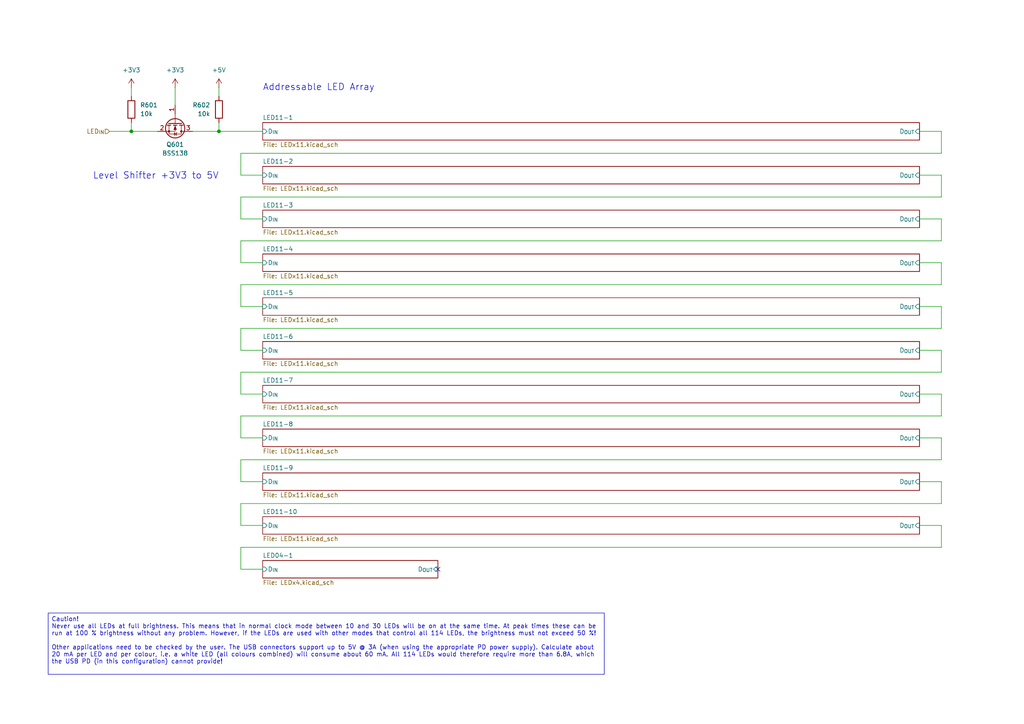
<source format=kicad_sch>
(kicad_sch (version 20231120) (generator "eeschema") (generator_version "8.0")
  (paper "A4")
  (title_block (title "Wordclock - LEDs") (date "2024-11-25") (rev "A") (company "ElektroNik Zoller") (comment 1 "Nikolai Zoller") (comment 4 "CERN-OHL-P"))
  (lib_symbols
    (symbol "Device:R" (pin_numbers hide) (pin_names (offset 0))
      (property "Reference" "R" (at 2.032 0 90))
      (property "Value" "R" (at 0 0 90))
      (symbol "R_0_1"
        (rectangle (start -1.016 -2.54) (end 1.016 2.54) (stroke (width 0.254)))
      )
      (symbol "R_1_1"
        (pin passive line (at 0 3.81 270) (length 1.27) (name "~") (number "1"))
        (pin passive line (at 0 -3.81 90) (length 1.27) (name "~") (number "2"))
      )
    )
    (symbol "Transistor_FET:BSS138" (pin_names hide)
      (property "Reference" "Q" (at 5.08 1.905 0))
      (property "Value" "BSS138" (at 5.08 0 0))
      (symbol "BSS138_0_1"
        (polyline (pts (xy 0.254 0) (xy -2.54 0)))
        (polyline (pts (xy 0.254 1.905) (xy 0.254 -1.905)) (stroke (width 0.254)))
        (polyline (pts (xy 0.762 -1.27) (xy 0.762 -2.286)) (stroke (width 0.254)))
        (polyline (pts (xy 0.762 0.508) (xy 0.762 -0.508)) (stroke (width 0.254)))
        (polyline (pts (xy 0.762 2.286) (xy 0.762 1.27)) (stroke (width 0.254)))
        (polyline (pts (xy 2.54 2.54) (xy 2.54 1.778)))
        (polyline (pts (xy 2.54 -2.54) (xy 2.54 0) (xy 0.762 0)))
        (polyline (pts (xy 0.762 -1.778) (xy 3.302 -1.778) (xy 3.302 1.778) (xy 0.762 1.778)))
        (polyline (pts (xy 1.016 0) (xy 2.032 0.381) (xy 2.032 -0.381) (xy 1.016 0)) (fill (type outline)))
        (polyline (pts (xy 2.794 0.508) (xy 2.921 0.381) (xy 3.683 0.381) (xy 3.81 0.254)))
        (polyline (pts (xy 3.302 0.381) (xy 2.921 -0.254) (xy 3.683 -0.254) (xy 3.302 0.381)))
        (circle (center 1.651 0) (radius 2.794) (stroke (width 0.254)))
        (circle (center 2.54 -1.778) (radius 0.254) (fill (type outline)))
        (circle (center 2.54 1.778) (radius 0.254) (fill (type outline)))
      )
      (symbol "BSS138_1_1"
        (pin input line (at -5.08 0 0) (length 2.54) (name "G") (number "1"))
        (pin passive line (at 2.54 -5.08 90) (length 2.54) (name "S") (number "2"))
        (pin passive line (at 2.54 5.08 270) (length 2.54) (name "D") (number "3"))
      )
    )
    (symbol "power:+3V3" (power) (pin_numbers hide) (pin_names (offset 0) hide)
      (property "Value" "+3V3" (at 0 3.556 0))
      (symbol "+3V3_0_1"
        (polyline (pts (xy -0.762 1.27) (xy 0 2.54)))
        (polyline (pts (xy 0 0) (xy 0 2.54)))
        (polyline (pts (xy 0 2.54) (xy 0.762 1.27)))
      )
      (symbol "+3V3_1_1"
        (pin power_in line (at 0 0 90) (length 0) (name "~") (number "1"))
      )
    )
    (symbol "power:+5V" (power) (pin_numbers hide) (pin_names (offset 0) hide)
      (property "Value" "+5V" (at 0 3.556 0))
      (symbol "+5V_0_1"
        (polyline (pts (xy -0.762 1.27) (xy 0 2.54)))
        (polyline (pts (xy 0 0) (xy 0 2.54)))
        (polyline (pts (xy 0 2.54) (xy 0.762 1.27)))
      )
      (symbol "+5V_1_1"
        (pin power_in line (at 0 0 90) (length 0) (name "~") (number "1"))
      )
    )
  )
  (junction (at 38.1 38.1))
  (junction (at 63.5 38.1))
  (no_connect (at 127 165.1))
  (wire (pts (xy 273.05 146.05) (xy 69.85 146.05)))
  (wire (pts (xy 69.85 107.95) (xy 69.85 114.3)))
  (wire (pts (xy 69.85 88.9) (xy 76.2 88.9)))
  (wire (pts (xy 63.5 38.1) (xy 76.2 38.1)))
  (wire (pts (xy 31.75 38.1) (xy 38.1 38.1)))
  (wire (pts (xy 273.05 107.95) (xy 69.85 107.95)))
  (wire (pts (xy 50.8 30.48) (xy 50.8 25.4)))
  (wire (pts (xy 266.7 63.5) (xy 273.05 63.5)))
  (wire (pts (xy 266.7 50.8) (xy 273.05 50.8)))
  (wire (pts (xy 273.05 133.35) (xy 69.85 133.35)))
  (wire (pts (xy 69.85 57.15) (xy 69.85 63.5)))
  (wire (pts (xy 69.85 165.1) (xy 76.2 165.1)))
  (wire (pts (xy 69.85 127) (xy 76.2 127)))
  (wire (pts (xy 69.85 158.75) (xy 69.85 165.1)))
  (wire (pts (xy 273.05 63.5) (xy 273.05 69.85)))
  (wire (pts (xy 273.05 82.55) (xy 69.85 82.55)))
  (wire (pts (xy 69.85 120.65) (xy 69.85 127)))
  (wire (pts (xy 266.7 152.4) (xy 273.05 152.4)))
  (wire (pts (xy 69.85 69.85) (xy 69.85 76.2)))
  (wire (pts (xy 273.05 69.85) (xy 69.85 69.85)))
  (wire (pts (xy 38.1 38.1) (xy 45.72 38.1)))
  (wire (pts (xy 266.7 38.1) (xy 273.05 38.1)))
  (wire (pts (xy 266.7 127) (xy 273.05 127)))
  (wire (pts (xy 266.7 114.3) (xy 273.05 114.3)))
  (wire (pts (xy 63.5 35.56) (xy 63.5 38.1)))
  (wire (pts (xy 69.85 114.3) (xy 76.2 114.3)))
  (wire (pts (xy 69.85 152.4) (xy 76.2 152.4)))
  (wire (pts (xy 69.85 139.7) (xy 76.2 139.7)))
  (wire (pts (xy 273.05 57.15) (xy 69.85 57.15)))
  (wire (pts (xy 69.85 44.45) (xy 69.85 50.8)))
  (wire (pts (xy 266.7 101.6) (xy 273.05 101.6)))
  (wire (pts (xy 273.05 120.65) (xy 69.85 120.65)))
  (wire (pts (xy 38.1 35.56) (xy 38.1 38.1)))
  (wire (pts (xy 69.85 50.8) (xy 76.2 50.8)))
  (wire (pts (xy 273.05 38.1) (xy 273.05 44.45)))
  (wire (pts (xy 69.85 95.25) (xy 69.85 101.6)))
  (wire (pts (xy 273.05 95.25) (xy 69.85 95.25)))
  (wire (pts (xy 38.1 25.4) (xy 38.1 27.94)))
  (wire (pts (xy 69.85 146.05) (xy 69.85 152.4)))
  (wire (pts (xy 69.85 63.5) (xy 76.2 63.5)))
  (wire (pts (xy 63.5 25.4) (xy 63.5 27.94)))
  (wire (pts (xy 273.05 152.4) (xy 273.05 158.75)))
  (wire (pts (xy 69.85 76.2) (xy 76.2 76.2)))
  (wire (pts (xy 69.85 133.35) (xy 69.85 139.7)))
  (wire (pts (xy 273.05 158.75) (xy 69.85 158.75)))
  (wire (pts (xy 273.05 88.9) (xy 273.05 95.25)))
  (wire (pts (xy 63.5 38.1) (xy 55.88 38.1)))
  (wire (pts (xy 266.7 88.9) (xy 273.05 88.9)))
  (wire (pts (xy 273.05 76.2) (xy 273.05 82.55)))
  (wire (pts (xy 266.7 76.2) (xy 273.05 76.2)))
  (wire (pts (xy 69.85 101.6) (xy 76.2 101.6)))
  (wire (pts (xy 273.05 114.3) (xy 273.05 120.65)))
  (wire (pts (xy 273.05 44.45) (xy 69.85 44.45)))
  (wire (pts (xy 266.7 139.7) (xy 273.05 139.7)))
  (wire (pts (xy 273.05 127) (xy 273.05 133.35)))
  (wire (pts (xy 273.05 101.6) (xy 273.05 107.95)))
  (wire (pts (xy 273.05 139.7) (xy 273.05 146.05)))
  (wire (pts (xy 69.85 82.55) (xy 69.85 88.9)))
  (wire (pts (xy 273.05 50.8) (xy 273.05 57.15)))
  (text_box "Caution!\nNever use all LEDs at full brightness. This means that in normal clock mode between 10 and 30 LEDs will be on at the same time. At peak times these can be run at 100 % brightness without any problem. However, if the LEDs are used with other modes that control all 114 LEDs, the brightness must not exceed 50 %!\n\nOther applications need to be checked by the user. The USB connectors support up to 5V @ 3A (when using the appropriate PD power supply). Calculate about 20 mA per LED and per colour, i.e. a white LED (all colours combined) will consume about 60 mA. All 114 LEDs would therefore require more than 6.8A, which the USB PD (in this configuration) cannot provide!" (at 13.97 177.8 0) (size 161.29 17.78) (effects (font (size 1.27 1.27)) (justify left top)))
  (text "Level Shifter +3V3 to 5V" (at 63.5 51.054 0) (effects (font (size 1.905 1.905)) (justify right)))
  (text "Addressable LED Array" (at 76.2 25.4 0) (effects (font (size 1.905 1.905)) (justify left)))
  (hierarchical_label "LED_{IN}" (shape input) (at 31.75 38.1 180))
  (symbol (lib_id "power:+3V3") (at 38.1 25.4 0) (unit 1)
    (property "Reference" "#PWR0601" (effects (hide yes)))
    (property "Value" "+3V3" (at 38.1 20.32 0))
    (property "Description" "Power symbol creates a global label with name \"+3V3\"" (effects (hide yes)))
  )
  (symbol (lib_id "power:+3V3") (at 50.8 25.4 0) (unit 1)
    (property "Reference" "#PWR0602" (effects (hide yes)))
    (property "Value" "+3V3" (at 50.8 20.32 0))
    (property "Description" "Power symbol creates a global label with name \"+3V3\"" (effects (hide yes)))
  )
  (symbol (lib_id "Transistor_FET:BSS138") (at 50.8 35.56 270) (unit 1)
    (property "Reference" "Q601" (at 50.8 41.91 90))
    (property "Value" "BSS138" (at 50.8 44.45 90))
    (property "Footprint" "Package_TO_SOT_SMD:SOT-23_Handsoldering" (effects (hide yes)))
    (property "Datasheet" "https://www.onsemi.com/pub/Collateral/BSS138-D.PDF" (effects (hide yes)))
    (property "Description" "50V Vds, 0.22A Id, N-Channel MOSFET, SOT-23" (effects (hide yes)))
    (property "Vendor 1" "Digikey" (effects (hide yes)))
    (property "Vendor 2" "LCSC" (effects (hide yes)))
    (property "Manufacturer" "-" (effects (hide yes)))
    (property "Manufacturer Part no." "BSS138" (effects (hide yes)))
    (property "Vendor 1 Part no." "BSS138CT-ND" (effects (hide yes)))
    (property "Vendor 2 Part no." "C518792" (effects (hide yes)))
    (property "Comment" "General purpose N-channel MOSFET" (effects (hide yes)))
    (property "LCSC" "C518792" (effects (hide yes)))
  )
  (symbol (lib_id "power:+5V") (at 63.5 25.4 0) (unit 1)
    (property "Reference" "#PWR0603" (effects (hide yes)))
    (property "Value" "+5V" (at 63.5 20.32 0))
    (property "Description" "Power symbol creates a global label with name \"+5V\"" (effects (hide yes)))
  )
  (symbol (lib_id "Device:R") (at 63.5 31.75 0) (mirror y) (unit 1)
    (property "Reference" "R602" (at 60.96 30.4799 0) (effects (justify left)))
    (property "Value" "10k" (at 60.96 33.0199 0) (effects (justify left)))
    (property "Footprint" "Resistor_SMD:R_0805_2012Metric_Pad1.20x1.40mm_HandSolder" (effects (hide yes)))
    (property "Description" "Resistor" (effects (hide yes)))
    (property "Vendor 1" "Digikey" (effects (hide yes)))
    (property "Vendor 2" "LCSC" (effects (hide yes)))
    (property "Manufacturer" "YAGEO" (effects (hide yes)))
    (property "Manufacturer Part no." "RC0805FR-0710KL" (effects (hide yes)))
    (property "Vendor 1 Part no." "311-10.0KCRCT-ND" (effects (hide yes)))
    (property "Vendor 2 Part no." "C84376" (effects (hide yes)))
    (property "Comment" "Best fit from the JLCPCB \"Basic\" components" (effects (hide yes)))
  )
  (symbol (lib_id "Device:R") (at 38.1 31.75 0) (unit 1)
    (property "Reference" "R601" (at 40.64 30.4799 0) (effects (justify left)))
    (property "Value" "10k" (at 40.64 33.0199 0) (effects (justify left)))
    (property "Footprint" "Resistor_SMD:R_0805_2012Metric_Pad1.20x1.40mm_HandSolder" (effects (hide yes)))
    (property "Description" "Resistor" (effects (hide yes)))
    (property "Vendor 1" "Digikey" (effects (hide yes)))
    (property "Vendor 2" "LCSC" (effects (hide yes)))
    (property "Manufacturer" "YAGEO" (effects (hide yes)))
    (property "Manufacturer Part no." "RC0805FR-0710KL" (effects (hide yes)))
    (property "Vendor 1 Part no." "311-10.0KCRCT-ND" (effects (hide yes)))
    (property "Vendor 2 Part no." "C84376" (effects (hide yes)))
    (property "Comment" "Best fit from the JLCPCB \"Basic\" components" (effects (hide yes)))
  )
  (sheet (at 76.2 35.56) (size 190.5 5.08) (stroke (width 0.1524))
    (property "Sheetname" "LED11-1" (at 76.2 34.8484 0) (effects (justify left bottom)))
    (property "Sheetfile" "LEDx11.kicad_sch" (at 76.2 41.2246 0) (effects (justify left top)))
    (pin "D_{IN}" input (at 76.2 38.1 180))
    (pin "D_{OUT}" input (at 266.7 38.1 0))
  )
  (sheet (at 76.2 48.26) (size 190.5 5.08) (stroke (width 0.1524))
    (property "Sheetname" "LED11-2" (at 76.2 47.5484 0) (effects (justify left bottom)))
    (property "Sheetfile" "LEDx11.kicad_sch" (at 76.2 53.9246 0) (effects (justify left top)))
    (pin "D_{IN}" input (at 76.2 50.8 180))
    (pin "D_{OUT}" input (at 266.7 50.8 0))
  )
  (sheet (at 76.2 111.76) (size 190.5 5.08) (stroke (width 0.1524))
    (property "Sheetname" "LED11-7" (at 76.2 111.0484 0) (effects (justify left bottom)))
    (property "Sheetfile" "LEDx11.kicad_sch" (at 76.2 117.4246 0) (effects (justify left top)))
    (pin "D_{IN}" input (at 76.2 114.3 180))
    (pin "D_{OUT}" input (at 266.7 114.3 0))
  )
  (sheet (at 76.2 60.96) (size 190.5 5.08) (stroke (width 0.1524))
    (property "Sheetname" "LED11-3" (at 76.2 60.2484 0) (effects (justify left bottom)))
    (property "Sheetfile" "LEDx11.kicad_sch" (at 76.2 66.6246 0) (effects (justify left top)))
    (pin "D_{IN}" input (at 76.2 63.5 180))
    (pin "D_{OUT}" input (at 266.7 63.5 0))
  )
  (sheet (at 76.2 99.06) (size 190.5 5.08) (stroke (width 0.1524))
    (property "Sheetname" "LED11-6" (at 76.2 98.3484 0) (effects (justify left bottom)))
    (property "Sheetfile" "LEDx11.kicad_sch" (at 76.2 104.7246 0) (effects (justify left top)))
    (pin "D_{IN}" input (at 76.2 101.6 180))
    (pin "D_{OUT}" input (at 266.7 101.6 0))
  )
  (sheet (at 76.2 86.36) (size 190.5 5.08) (stroke (width 0.1524))
    (property "Sheetname" "LED11-5" (at 76.2 85.6484 0) (effects (justify left bottom)))
    (property "Sheetfile" "LEDx11.kicad_sch" (at 76.2 92.0246 0) (effects (justify left top)))
    (pin "D_{IN}" input (at 76.2 88.9 180))
    (pin "D_{OUT}" input (at 266.7 88.9 0))
  )
  (sheet (at 76.2 124.46) (size 190.5 5.08) (stroke (width 0.1524))
    (property "Sheetname" "LED11-8" (at 76.2 123.7484 0) (effects (justify left bottom)))
    (property "Sheetfile" "LEDx11.kicad_sch" (at 76.2 130.1246 0) (effects (justify left top)))
    (pin "D_{IN}" input (at 76.2 127 180))
    (pin "D_{OUT}" input (at 266.7 127 0))
  )
  (sheet (at 76.2 162.56) (size 50.8 5.08) (stroke (width 0.1524))
    (property "Sheetname" "LED04-1" (at 76.2 161.8484 0) (effects (justify left bottom)))
    (property "Sheetfile" "LEDx4.kicad_sch" (at 76.2 168.2246 0) (effects (justify left top)))
    (pin "D_{OUT}" input (at 127 165.1 0))
    (pin "D_{IN}" input (at 76.2 165.1 180))
  )
  (sheet (at 76.2 137.16) (size 190.5 5.08) (stroke (width 0.1524))
    (property "Sheetname" "LED11-9" (at 76.2 136.4484 0) (effects (justify left bottom)))
    (property "Sheetfile" "LEDx11.kicad_sch" (at 76.2 142.8246 0) (effects (justify left top)))
    (pin "D_{IN}" input (at 76.2 139.7 180))
    (pin "D_{OUT}" input (at 266.7 139.7 0))
  )
  (sheet (at 76.2 149.86) (size 190.5 5.08) (stroke (width 0.1524))
    (property "Sheetname" "LED11-10" (at 76.2 149.1484 0) (effects (justify left bottom)))
    (property "Sheetfile" "LEDx11.kicad_sch" (at 76.2 155.5246 0) (effects (justify left top)))
    (pin "D_{IN}" input (at 76.2 152.4 180))
    (pin "D_{OUT}" input (at 266.7 152.4 0))
  )
  (sheet (at 76.2 73.66) (size 190.5 5.08) (stroke (width 0.1524))
    (property "Sheetname" "LED11-4" (at 76.2 72.9484 0) (effects (justify left bottom)))
    (property "Sheetfile" "LEDx11.kicad_sch" (at 76.2 79.3246 0) (effects (justify left top)))
    (pin "D_{IN}" input (at 76.2 76.2 180))
    (pin "D_{OUT}" input (at 266.7 76.2 0))
  )
)
</source>
